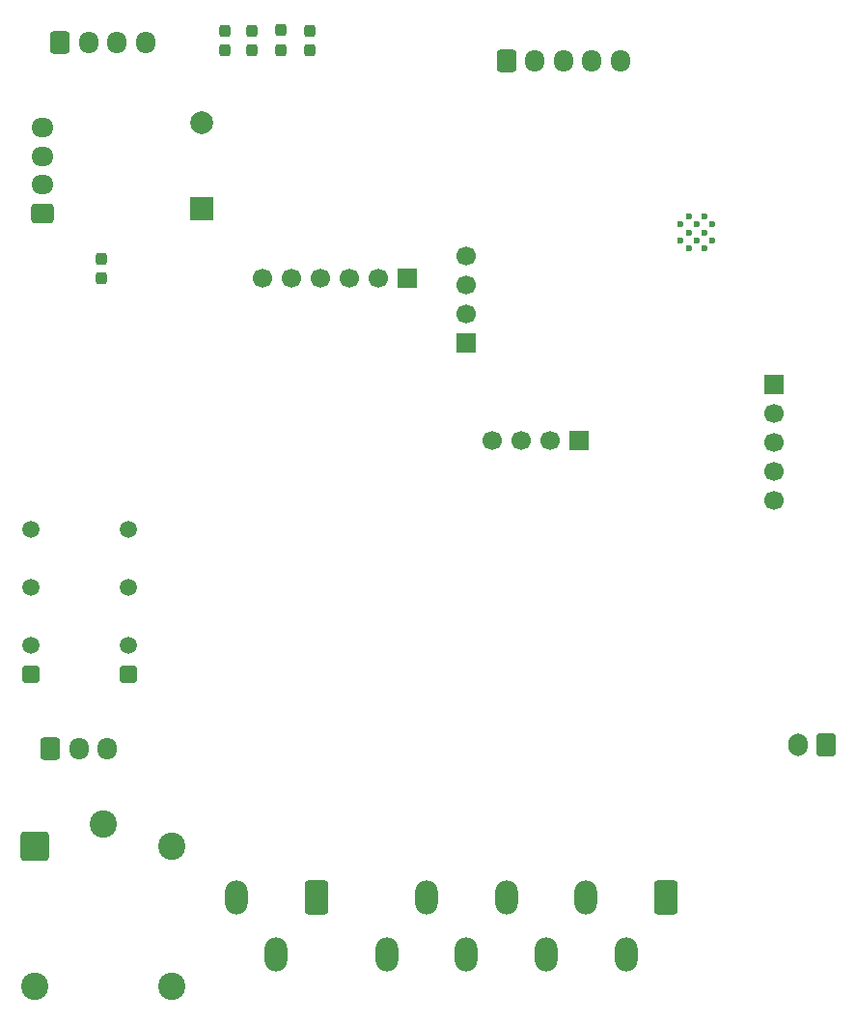
<source format=gbr>
%TF.GenerationSoftware,KiCad,Pcbnew,9.0.3*%
%TF.CreationDate,2025-08-30T18:16:35-03:00*%
%TF.ProjectId,HMI_LVDC-Inverter,484d495f-4c56-4444-932d-496e76657274,rev?*%
%TF.SameCoordinates,Original*%
%TF.FileFunction,Soldermask,Bot*%
%TF.FilePolarity,Negative*%
%FSLAX46Y46*%
G04 Gerber Fmt 4.6, Leading zero omitted, Abs format (unit mm)*
G04 Created by KiCad (PCBNEW 9.0.3) date 2025-08-30 18:16:35*
%MOMM*%
%LPD*%
G01*
G04 APERTURE LIST*
G04 Aperture macros list*
%AMRoundRect*
0 Rectangle with rounded corners*
0 $1 Rounding radius*
0 $2 $3 $4 $5 $6 $7 $8 $9 X,Y pos of 4 corners*
0 Add a 4 corners polygon primitive as box body*
4,1,4,$2,$3,$4,$5,$6,$7,$8,$9,$2,$3,0*
0 Add four circle primitives for the rounded corners*
1,1,$1+$1,$2,$3*
1,1,$1+$1,$4,$5*
1,1,$1+$1,$6,$7*
1,1,$1+$1,$8,$9*
0 Add four rect primitives between the rounded corners*
20,1,$1+$1,$2,$3,$4,$5,0*
20,1,$1+$1,$4,$5,$6,$7,0*
20,1,$1+$1,$6,$7,$8,$9,0*
20,1,$1+$1,$8,$9,$2,$3,0*%
G04 Aperture macros list end*
%ADD10RoundRect,0.250000X-0.600000X-0.725000X0.600000X-0.725000X0.600000X0.725000X-0.600000X0.725000X0*%
%ADD11O,1.700000X1.950000*%
%ADD12RoundRect,0.250000X0.600000X0.750000X-0.600000X0.750000X-0.600000X-0.750000X0.600000X-0.750000X0*%
%ADD13O,1.700000X2.000000*%
%ADD14R,1.700000X1.700000*%
%ADD15C,1.700000*%
%ADD16RoundRect,0.250001X0.499999X0.499999X-0.499999X0.499999X-0.499999X-0.499999X0.499999X-0.499999X0*%
%ADD17C,1.500000*%
%ADD18RoundRect,0.250000X0.725000X-0.600000X0.725000X0.600000X-0.725000X0.600000X-0.725000X-0.600000X0*%
%ADD19O,1.950000X1.700000*%
%ADD20C,2.400000*%
%ADD21RoundRect,0.250000X-1.000000X-1.000000X1.000000X-1.000000X1.000000X1.000000X-1.000000X1.000000X0*%
%ADD22C,0.600000*%
%ADD23R,2.000000X2.000000*%
%ADD24C,2.000000*%
%ADD25RoundRect,0.237500X-0.237500X0.287500X-0.237500X-0.287500X0.237500X-0.287500X0.237500X0.287500X0*%
%ADD26RoundRect,0.250000X0.750000X1.250000X-0.750000X1.250000X-0.750000X-1.250000X0.750000X-1.250000X0*%
%ADD27O,2.000000X3.000000*%
G04 APERTURE END LIST*
D10*
%TO.C,J6*%
X144915000Y-44675000D03*
D11*
X147415000Y-44675000D03*
X149915000Y-44675000D03*
X152415000Y-44675000D03*
X154915000Y-44675000D03*
%TD*%
D12*
%TO.C,J4*%
X172994600Y-104587200D03*
D13*
X170494600Y-104587200D03*
%TD*%
D14*
%TO.C,J8*%
X168405000Y-73010000D03*
D15*
X168405000Y-75550000D03*
X168405000Y-78090000D03*
X168405000Y-80630000D03*
X168405000Y-83170000D03*
%TD*%
D14*
%TO.C,J5*%
X141397000Y-69340000D03*
D15*
X141397000Y-66800000D03*
X141397000Y-64260000D03*
X141397000Y-61720000D03*
%TD*%
D16*
%TO.C,U4*%
X103195400Y-98440400D03*
D17*
X103195400Y-95900400D03*
X103195400Y-90820400D03*
X103195400Y-85740400D03*
%TD*%
D18*
%TO.C,J9*%
X104186000Y-58029000D03*
D19*
X104186000Y-55529000D03*
X104186000Y-53029000D03*
X104186000Y-50529000D03*
%TD*%
D20*
%TO.C,K2*%
X109539800Y-111528000D03*
X115539800Y-125728000D03*
X103539800Y-125728000D03*
D21*
X103539800Y-113528000D03*
D20*
X115539800Y-113528000D03*
%TD*%
D22*
%TO.C,U2*%
X162325000Y-58285000D03*
X160925000Y-58285000D03*
X163025000Y-58985000D03*
X161625000Y-58985000D03*
X160225000Y-58985000D03*
X162325000Y-59685000D03*
X160925000Y-59685000D03*
X163025000Y-60385000D03*
X161625000Y-60385000D03*
X160225000Y-60385000D03*
X162325000Y-61085000D03*
X160925000Y-61085000D03*
%TD*%
D10*
%TO.C,J1*%
X104922600Y-104942800D03*
D11*
X107422600Y-104942800D03*
X109922600Y-104942800D03*
%TD*%
D16*
%TO.C,U6*%
X111729800Y-98440400D03*
D17*
X111729800Y-95900400D03*
X111729800Y-90820400D03*
X111729800Y-85740400D03*
%TD*%
D10*
%TO.C,J7*%
X105786200Y-43068400D03*
D11*
X108286200Y-43068400D03*
X110786200Y-43068400D03*
X113286200Y-43068400D03*
%TD*%
D23*
%TO.C,BZ1*%
X118156000Y-57648000D03*
D24*
X118156000Y-50048000D03*
%TD*%
D25*
%TO.C,D2*%
X125165000Y-41985000D03*
X125165000Y-43735000D03*
%TD*%
%TO.C,D5*%
X109393000Y-61980000D03*
X109393000Y-63730000D03*
%TD*%
%TO.C,D6*%
X120213400Y-41990200D03*
X120213400Y-43740200D03*
%TD*%
D14*
%TO.C,J11*%
X136215400Y-63693200D03*
D15*
X133675400Y-63693200D03*
X131135400Y-63693200D03*
X128595400Y-63693200D03*
X126055400Y-63693200D03*
X123515400Y-63693200D03*
%TD*%
D25*
%TO.C,D7*%
X122601000Y-41990200D03*
X122601000Y-43740200D03*
%TD*%
D14*
%TO.C,J10*%
X151303000Y-77968000D03*
D15*
X148763000Y-77968000D03*
X146223000Y-77968000D03*
X143683000Y-77968000D03*
%TD*%
D26*
%TO.C,J3*%
X158923000Y-117947600D03*
D27*
X155423000Y-122947600D03*
X151923000Y-117947600D03*
X148423000Y-122947600D03*
X144923000Y-117947600D03*
X141423000Y-122947600D03*
X137923000Y-117947600D03*
X134423000Y-122947600D03*
%TD*%
D25*
%TO.C,D3*%
X127681000Y-41990200D03*
X127681000Y-43740200D03*
%TD*%
D26*
%TO.C,J2*%
X128239800Y-117947600D03*
D27*
X124739800Y-122947600D03*
X121239800Y-117947600D03*
%TD*%
M02*

</source>
